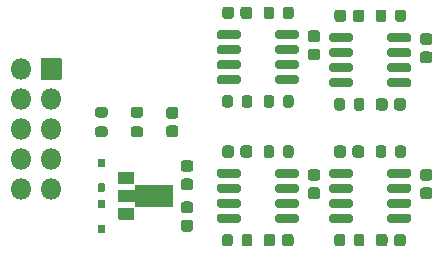
<source format=gbr>
%TF.GenerationSoftware,KiCad,Pcbnew,(5.1.10)-1*%
%TF.CreationDate,2021-07-30T22:48:11+05:30*%
%TF.ProjectId,Logic Board,4c6f6769-6320-4426-9f61-72642e6b6963,rev?*%
%TF.SameCoordinates,Original*%
%TF.FileFunction,Soldermask,Top*%
%TF.FilePolarity,Negative*%
%FSLAX46Y46*%
G04 Gerber Fmt 4.6, Leading zero omitted, Abs format (unit mm)*
G04 Created by KiCad (PCBNEW (5.1.10)-1) date 2021-07-30 22:48:11*
%MOMM*%
%LPD*%
G01*
G04 APERTURE LIST*
%ADD10C,0.100000*%
%ADD11O,1.800000X1.800000*%
G04 APERTURE END LIST*
D10*
%TO.C,U5*%
G36*
X139809755Y-105334461D02*
G01*
X139819134Y-105337306D01*
X139827779Y-105341927D01*
X139835355Y-105348145D01*
X139841573Y-105355721D01*
X139846194Y-105364366D01*
X139849039Y-105373745D01*
X139850000Y-105383500D01*
X139850000Y-107116500D01*
X139849039Y-107126255D01*
X139846194Y-107135634D01*
X139841573Y-107144279D01*
X139835355Y-107151855D01*
X139827779Y-107158073D01*
X139819134Y-107162694D01*
X139809755Y-107165539D01*
X139800000Y-107166500D01*
X136675000Y-107166500D01*
X136665245Y-107165539D01*
X136655866Y-107162694D01*
X136647221Y-107158073D01*
X136639645Y-107151855D01*
X136633427Y-107144279D01*
X136628806Y-107135634D01*
X136625961Y-107126255D01*
X136625000Y-107116500D01*
X136625000Y-106750000D01*
X135200000Y-106750000D01*
X135190245Y-106749039D01*
X135180866Y-106746194D01*
X135172221Y-106741573D01*
X135164645Y-106735355D01*
X135158427Y-106727779D01*
X135153806Y-106719134D01*
X135150961Y-106709755D01*
X135150000Y-106700000D01*
X135150000Y-105800000D01*
X135150961Y-105790245D01*
X135153806Y-105780866D01*
X135158427Y-105772221D01*
X135164645Y-105764645D01*
X135172221Y-105758427D01*
X135180866Y-105753806D01*
X135190245Y-105750961D01*
X135200000Y-105750000D01*
X136625000Y-105750000D01*
X136625000Y-105383500D01*
X136625961Y-105373745D01*
X136628806Y-105364366D01*
X136633427Y-105355721D01*
X136639645Y-105348145D01*
X136647221Y-105341927D01*
X136655866Y-105337306D01*
X136665245Y-105334461D01*
X136675000Y-105333500D01*
X139800000Y-105333500D01*
X139809755Y-105334461D01*
G37*
G36*
G01*
X135150000Y-108200000D02*
X135150000Y-107300000D01*
G75*
G02*
X135200000Y-107250000I50000J0D01*
G01*
X136500000Y-107250000D01*
G75*
G02*
X136550000Y-107300000I0J-50000D01*
G01*
X136550000Y-108200000D01*
G75*
G02*
X136500000Y-108250000I-50000J0D01*
G01*
X135200000Y-108250000D01*
G75*
G02*
X135150000Y-108200000I0J50000D01*
G01*
G37*
G36*
G01*
X135150000Y-105200000D02*
X135150000Y-104300000D01*
G75*
G02*
X135200000Y-104250000I50000J0D01*
G01*
X136500000Y-104250000D01*
G75*
G02*
X136550000Y-104300000I0J-50000D01*
G01*
X136550000Y-105200000D01*
G75*
G02*
X136500000Y-105250000I-50000J0D01*
G01*
X135200000Y-105250000D01*
G75*
G02*
X135150000Y-105200000I0J50000D01*
G01*
G37*
%TD*%
%TO.C,R14*%
G36*
G01*
X134050000Y-99625000D02*
X133450000Y-99625000D01*
G75*
G02*
X133225000Y-99400000I0J225000D01*
G01*
X133225000Y-98950000D01*
G75*
G02*
X133450000Y-98725000I225000J0D01*
G01*
X134050000Y-98725000D01*
G75*
G02*
X134275000Y-98950000I0J-225000D01*
G01*
X134275000Y-99400000D01*
G75*
G02*
X134050000Y-99625000I-225000J0D01*
G01*
G37*
G36*
G01*
X134050000Y-101275000D02*
X133450000Y-101275000D01*
G75*
G02*
X133225000Y-101050000I0J225000D01*
G01*
X133225000Y-100600000D01*
G75*
G02*
X133450000Y-100375000I225000J0D01*
G01*
X134050000Y-100375000D01*
G75*
G02*
X134275000Y-100600000I0J-225000D01*
G01*
X134275000Y-101050000D01*
G75*
G02*
X134050000Y-101275000I-225000J0D01*
G01*
G37*
%TD*%
%TO.C,R13*%
G36*
G01*
X137050000Y-99625000D02*
X136450000Y-99625000D01*
G75*
G02*
X136225000Y-99400000I0J225000D01*
G01*
X136225000Y-98950000D01*
G75*
G02*
X136450000Y-98725000I225000J0D01*
G01*
X137050000Y-98725000D01*
G75*
G02*
X137275000Y-98950000I0J-225000D01*
G01*
X137275000Y-99400000D01*
G75*
G02*
X137050000Y-99625000I-225000J0D01*
G01*
G37*
G36*
G01*
X137050000Y-101275000D02*
X136450000Y-101275000D01*
G75*
G02*
X136225000Y-101050000I0J225000D01*
G01*
X136225000Y-100600000D01*
G75*
G02*
X136450000Y-100375000I225000J0D01*
G01*
X137050000Y-100375000D01*
G75*
G02*
X137275000Y-100600000I0J-225000D01*
G01*
X137275000Y-101050000D01*
G75*
G02*
X137050000Y-101275000I-225000J0D01*
G01*
G37*
%TD*%
%TO.C,R12*%
G36*
G01*
X155125000Y-110300000D02*
X155125000Y-109700000D01*
G75*
G02*
X155350000Y-109475000I225000J0D01*
G01*
X155800000Y-109475000D01*
G75*
G02*
X156025000Y-109700000I0J-225000D01*
G01*
X156025000Y-110300000D01*
G75*
G02*
X155800000Y-110525000I-225000J0D01*
G01*
X155350000Y-110525000D01*
G75*
G02*
X155125000Y-110300000I0J225000D01*
G01*
G37*
G36*
G01*
X153475000Y-110300000D02*
X153475000Y-109700000D01*
G75*
G02*
X153700000Y-109475000I225000J0D01*
G01*
X154150000Y-109475000D01*
G75*
G02*
X154375000Y-109700000I0J-225000D01*
G01*
X154375000Y-110300000D01*
G75*
G02*
X154150000Y-110525000I-225000J0D01*
G01*
X153700000Y-110525000D01*
G75*
G02*
X153475000Y-110300000I0J225000D01*
G01*
G37*
%TD*%
%TO.C,R11*%
G36*
G01*
X157875000Y-102200000D02*
X157875000Y-102800000D01*
G75*
G02*
X157650000Y-103025000I-225000J0D01*
G01*
X157200000Y-103025000D01*
G75*
G02*
X156975000Y-102800000I0J225000D01*
G01*
X156975000Y-102200000D01*
G75*
G02*
X157200000Y-101975000I225000J0D01*
G01*
X157650000Y-101975000D01*
G75*
G02*
X157875000Y-102200000I0J-225000D01*
G01*
G37*
G36*
G01*
X159525000Y-102200000D02*
X159525000Y-102800000D01*
G75*
G02*
X159300000Y-103025000I-225000J0D01*
G01*
X158850000Y-103025000D01*
G75*
G02*
X158625000Y-102800000I0J225000D01*
G01*
X158625000Y-102200000D01*
G75*
G02*
X158850000Y-101975000I225000J0D01*
G01*
X159300000Y-101975000D01*
G75*
G02*
X159525000Y-102200000I0J-225000D01*
G01*
G37*
%TD*%
%TO.C,R9*%
G36*
G01*
X155125000Y-98800000D02*
X155125000Y-98200000D01*
G75*
G02*
X155350000Y-97975000I225000J0D01*
G01*
X155800000Y-97975000D01*
G75*
G02*
X156025000Y-98200000I0J-225000D01*
G01*
X156025000Y-98800000D01*
G75*
G02*
X155800000Y-99025000I-225000J0D01*
G01*
X155350000Y-99025000D01*
G75*
G02*
X155125000Y-98800000I0J225000D01*
G01*
G37*
G36*
G01*
X153475000Y-98800000D02*
X153475000Y-98200000D01*
G75*
G02*
X153700000Y-97975000I225000J0D01*
G01*
X154150000Y-97975000D01*
G75*
G02*
X154375000Y-98200000I0J-225000D01*
G01*
X154375000Y-98800000D01*
G75*
G02*
X154150000Y-99025000I-225000J0D01*
G01*
X153700000Y-99025000D01*
G75*
G02*
X153475000Y-98800000I0J225000D01*
G01*
G37*
%TD*%
%TO.C,R8*%
G36*
G01*
X157875000Y-90700000D02*
X157875000Y-91300000D01*
G75*
G02*
X157650000Y-91525000I-225000J0D01*
G01*
X157200000Y-91525000D01*
G75*
G02*
X156975000Y-91300000I0J225000D01*
G01*
X156975000Y-90700000D01*
G75*
G02*
X157200000Y-90475000I225000J0D01*
G01*
X157650000Y-90475000D01*
G75*
G02*
X157875000Y-90700000I0J-225000D01*
G01*
G37*
G36*
G01*
X159525000Y-90700000D02*
X159525000Y-91300000D01*
G75*
G02*
X159300000Y-91525000I-225000J0D01*
G01*
X158850000Y-91525000D01*
G75*
G02*
X158625000Y-91300000I0J225000D01*
G01*
X158625000Y-90700000D01*
G75*
G02*
X158850000Y-90475000I225000J0D01*
G01*
X159300000Y-90475000D01*
G75*
G02*
X159525000Y-90700000I0J-225000D01*
G01*
G37*
%TD*%
%TO.C,R6*%
G36*
G01*
X145625000Y-110300000D02*
X145625000Y-109700000D01*
G75*
G02*
X145850000Y-109475000I225000J0D01*
G01*
X146300000Y-109475000D01*
G75*
G02*
X146525000Y-109700000I0J-225000D01*
G01*
X146525000Y-110300000D01*
G75*
G02*
X146300000Y-110525000I-225000J0D01*
G01*
X145850000Y-110525000D01*
G75*
G02*
X145625000Y-110300000I0J225000D01*
G01*
G37*
G36*
G01*
X143975000Y-110300000D02*
X143975000Y-109700000D01*
G75*
G02*
X144200000Y-109475000I225000J0D01*
G01*
X144650000Y-109475000D01*
G75*
G02*
X144875000Y-109700000I0J-225000D01*
G01*
X144875000Y-110300000D01*
G75*
G02*
X144650000Y-110525000I-225000J0D01*
G01*
X144200000Y-110525000D01*
G75*
G02*
X143975000Y-110300000I0J225000D01*
G01*
G37*
%TD*%
%TO.C,R5*%
G36*
G01*
X148375000Y-102200000D02*
X148375000Y-102800000D01*
G75*
G02*
X148150000Y-103025000I-225000J0D01*
G01*
X147700000Y-103025000D01*
G75*
G02*
X147475000Y-102800000I0J225000D01*
G01*
X147475000Y-102200000D01*
G75*
G02*
X147700000Y-101975000I225000J0D01*
G01*
X148150000Y-101975000D01*
G75*
G02*
X148375000Y-102200000I0J-225000D01*
G01*
G37*
G36*
G01*
X150025000Y-102200000D02*
X150025000Y-102800000D01*
G75*
G02*
X149800000Y-103025000I-225000J0D01*
G01*
X149350000Y-103025000D01*
G75*
G02*
X149125000Y-102800000I0J225000D01*
G01*
X149125000Y-102200000D01*
G75*
G02*
X149350000Y-101975000I225000J0D01*
G01*
X149800000Y-101975000D01*
G75*
G02*
X150025000Y-102200000I0J-225000D01*
G01*
G37*
%TD*%
%TO.C,R4*%
G36*
G01*
X149125000Y-98550000D02*
X149125000Y-97950000D01*
G75*
G02*
X149350000Y-97725000I225000J0D01*
G01*
X149800000Y-97725000D01*
G75*
G02*
X150025000Y-97950000I0J-225000D01*
G01*
X150025000Y-98550000D01*
G75*
G02*
X149800000Y-98775000I-225000J0D01*
G01*
X149350000Y-98775000D01*
G75*
G02*
X149125000Y-98550000I0J225000D01*
G01*
G37*
G36*
G01*
X147475000Y-98550000D02*
X147475000Y-97950000D01*
G75*
G02*
X147700000Y-97725000I225000J0D01*
G01*
X148150000Y-97725000D01*
G75*
G02*
X148375000Y-97950000I0J-225000D01*
G01*
X148375000Y-98550000D01*
G75*
G02*
X148150000Y-98775000I-225000J0D01*
G01*
X147700000Y-98775000D01*
G75*
G02*
X147475000Y-98550000I0J225000D01*
G01*
G37*
%TD*%
%TO.C,R3*%
G36*
G01*
X145625000Y-98550000D02*
X145625000Y-97950000D01*
G75*
G02*
X145850000Y-97725000I225000J0D01*
G01*
X146300000Y-97725000D01*
G75*
G02*
X146525000Y-97950000I0J-225000D01*
G01*
X146525000Y-98550000D01*
G75*
G02*
X146300000Y-98775000I-225000J0D01*
G01*
X145850000Y-98775000D01*
G75*
G02*
X145625000Y-98550000I0J225000D01*
G01*
G37*
G36*
G01*
X143975000Y-98550000D02*
X143975000Y-97950000D01*
G75*
G02*
X144200000Y-97725000I225000J0D01*
G01*
X144650000Y-97725000D01*
G75*
G02*
X144875000Y-97950000I0J-225000D01*
G01*
X144875000Y-98550000D01*
G75*
G02*
X144650000Y-98775000I-225000J0D01*
G01*
X144200000Y-98775000D01*
G75*
G02*
X143975000Y-98550000I0J225000D01*
G01*
G37*
%TD*%
%TO.C,R1*%
G36*
G01*
X148375000Y-90450000D02*
X148375000Y-91050000D01*
G75*
G02*
X148150000Y-91275000I-225000J0D01*
G01*
X147700000Y-91275000D01*
G75*
G02*
X147475000Y-91050000I0J225000D01*
G01*
X147475000Y-90450000D01*
G75*
G02*
X147700000Y-90225000I225000J0D01*
G01*
X148150000Y-90225000D01*
G75*
G02*
X148375000Y-90450000I0J-225000D01*
G01*
G37*
G36*
G01*
X150025000Y-90450000D02*
X150025000Y-91050000D01*
G75*
G02*
X149800000Y-91275000I-225000J0D01*
G01*
X149350000Y-91275000D01*
G75*
G02*
X149125000Y-91050000I0J225000D01*
G01*
X149125000Y-90450000D01*
G75*
G02*
X149350000Y-90225000I225000J0D01*
G01*
X149800000Y-90225000D01*
G75*
G02*
X150025000Y-90450000I0J-225000D01*
G01*
G37*
%TD*%
%TO.C,D2*%
G36*
G01*
X133975000Y-103800000D02*
X133525000Y-103800000D01*
G75*
G02*
X133475000Y-103750000I0J50000D01*
G01*
X133475000Y-103150000D01*
G75*
G02*
X133525000Y-103100000I50000J0D01*
G01*
X133975000Y-103100000D01*
G75*
G02*
X134025000Y-103150000I0J-50000D01*
G01*
X134025000Y-103750000D01*
G75*
G02*
X133975000Y-103800000I-50000J0D01*
G01*
G37*
G36*
G01*
X133975000Y-105900000D02*
X133525000Y-105900000D01*
G75*
G02*
X133475000Y-105850000I0J50000D01*
G01*
X133475000Y-105250000D01*
G75*
G02*
X133525000Y-105200000I50000J0D01*
G01*
X133975000Y-105200000D01*
G75*
G02*
X134025000Y-105250000I0J-50000D01*
G01*
X134025000Y-105850000D01*
G75*
G02*
X133975000Y-105900000I-50000J0D01*
G01*
G37*
%TD*%
%TO.C,D1*%
G36*
G01*
X133525000Y-108700000D02*
X133975000Y-108700000D01*
G75*
G02*
X134025000Y-108750000I0J-50000D01*
G01*
X134025000Y-109350000D01*
G75*
G02*
X133975000Y-109400000I-50000J0D01*
G01*
X133525000Y-109400000D01*
G75*
G02*
X133475000Y-109350000I0J50000D01*
G01*
X133475000Y-108750000D01*
G75*
G02*
X133525000Y-108700000I50000J0D01*
G01*
G37*
G36*
G01*
X133525000Y-106600000D02*
X133975000Y-106600000D01*
G75*
G02*
X134025000Y-106650000I0J-50000D01*
G01*
X134025000Y-107250000D01*
G75*
G02*
X133975000Y-107300000I-50000J0D01*
G01*
X133525000Y-107300000D01*
G75*
G02*
X133475000Y-107250000I0J50000D01*
G01*
X133475000Y-106650000D01*
G75*
G02*
X133525000Y-106600000I50000J0D01*
G01*
G37*
%TD*%
%TO.C,C15*%
G36*
G01*
X140025000Y-99725000D02*
X139475000Y-99725000D01*
G75*
G02*
X139225000Y-99475000I0J250000D01*
G01*
X139225000Y-98975000D01*
G75*
G02*
X139475000Y-98725000I250000J0D01*
G01*
X140025000Y-98725000D01*
G75*
G02*
X140275000Y-98975000I0J-250000D01*
G01*
X140275000Y-99475000D01*
G75*
G02*
X140025000Y-99725000I-250000J0D01*
G01*
G37*
G36*
G01*
X140025000Y-101275000D02*
X139475000Y-101275000D01*
G75*
G02*
X139225000Y-101025000I0J250000D01*
G01*
X139225000Y-100525000D01*
G75*
G02*
X139475000Y-100275000I250000J0D01*
G01*
X140025000Y-100275000D01*
G75*
G02*
X140275000Y-100525000I0J-250000D01*
G01*
X140275000Y-101025000D01*
G75*
G02*
X140025000Y-101275000I-250000J0D01*
G01*
G37*
%TD*%
%TO.C,C13*%
G36*
G01*
X140725000Y-104775000D02*
X141275000Y-104775000D01*
G75*
G02*
X141525000Y-105025000I0J-250000D01*
G01*
X141525000Y-105525000D01*
G75*
G02*
X141275000Y-105775000I-250000J0D01*
G01*
X140725000Y-105775000D01*
G75*
G02*
X140475000Y-105525000I0J250000D01*
G01*
X140475000Y-105025000D01*
G75*
G02*
X140725000Y-104775000I250000J0D01*
G01*
G37*
G36*
G01*
X140725000Y-103225000D02*
X141275000Y-103225000D01*
G75*
G02*
X141525000Y-103475000I0J-250000D01*
G01*
X141525000Y-103975000D01*
G75*
G02*
X141275000Y-104225000I-250000J0D01*
G01*
X140725000Y-104225000D01*
G75*
G02*
X140475000Y-103975000I0J250000D01*
G01*
X140475000Y-103475000D01*
G75*
G02*
X140725000Y-103225000I250000J0D01*
G01*
G37*
%TD*%
%TO.C,C12*%
G36*
G01*
X141275000Y-107725000D02*
X140725000Y-107725000D01*
G75*
G02*
X140475000Y-107475000I0J250000D01*
G01*
X140475000Y-106975000D01*
G75*
G02*
X140725000Y-106725000I250000J0D01*
G01*
X141275000Y-106725000D01*
G75*
G02*
X141525000Y-106975000I0J-250000D01*
G01*
X141525000Y-107475000D01*
G75*
G02*
X141275000Y-107725000I-250000J0D01*
G01*
G37*
G36*
G01*
X141275000Y-109275000D02*
X140725000Y-109275000D01*
G75*
G02*
X140475000Y-109025000I0J250000D01*
G01*
X140475000Y-108525000D01*
G75*
G02*
X140725000Y-108275000I250000J0D01*
G01*
X141275000Y-108275000D01*
G75*
G02*
X141525000Y-108525000I0J-250000D01*
G01*
X141525000Y-109025000D01*
G75*
G02*
X141275000Y-109275000I-250000J0D01*
G01*
G37*
%TD*%
%TO.C,C11*%
G36*
G01*
X160975000Y-105525000D02*
X161525000Y-105525000D01*
G75*
G02*
X161775000Y-105775000I0J-250000D01*
G01*
X161775000Y-106275000D01*
G75*
G02*
X161525000Y-106525000I-250000J0D01*
G01*
X160975000Y-106525000D01*
G75*
G02*
X160725000Y-106275000I0J250000D01*
G01*
X160725000Y-105775000D01*
G75*
G02*
X160975000Y-105525000I250000J0D01*
G01*
G37*
G36*
G01*
X160975000Y-103975000D02*
X161525000Y-103975000D01*
G75*
G02*
X161775000Y-104225000I0J-250000D01*
G01*
X161775000Y-104725000D01*
G75*
G02*
X161525000Y-104975000I-250000J0D01*
G01*
X160975000Y-104975000D01*
G75*
G02*
X160725000Y-104725000I0J250000D01*
G01*
X160725000Y-104225000D01*
G75*
G02*
X160975000Y-103975000I250000J0D01*
G01*
G37*
%TD*%
%TO.C,C10*%
G36*
G01*
X160975000Y-94025000D02*
X161525000Y-94025000D01*
G75*
G02*
X161775000Y-94275000I0J-250000D01*
G01*
X161775000Y-94775000D01*
G75*
G02*
X161525000Y-95025000I-250000J0D01*
G01*
X160975000Y-95025000D01*
G75*
G02*
X160725000Y-94775000I0J250000D01*
G01*
X160725000Y-94275000D01*
G75*
G02*
X160975000Y-94025000I250000J0D01*
G01*
G37*
G36*
G01*
X160975000Y-92475000D02*
X161525000Y-92475000D01*
G75*
G02*
X161775000Y-92725000I0J-250000D01*
G01*
X161775000Y-93225000D01*
G75*
G02*
X161525000Y-93475000I-250000J0D01*
G01*
X160975000Y-93475000D01*
G75*
G02*
X160725000Y-93225000I0J250000D01*
G01*
X160725000Y-92725000D01*
G75*
G02*
X160975000Y-92475000I250000J0D01*
G01*
G37*
%TD*%
%TO.C,C9*%
G36*
G01*
X151475000Y-105525000D02*
X152025000Y-105525000D01*
G75*
G02*
X152275000Y-105775000I0J-250000D01*
G01*
X152275000Y-106275000D01*
G75*
G02*
X152025000Y-106525000I-250000J0D01*
G01*
X151475000Y-106525000D01*
G75*
G02*
X151225000Y-106275000I0J250000D01*
G01*
X151225000Y-105775000D01*
G75*
G02*
X151475000Y-105525000I250000J0D01*
G01*
G37*
G36*
G01*
X151475000Y-103975000D02*
X152025000Y-103975000D01*
G75*
G02*
X152275000Y-104225000I0J-250000D01*
G01*
X152275000Y-104725000D01*
G75*
G02*
X152025000Y-104975000I-250000J0D01*
G01*
X151475000Y-104975000D01*
G75*
G02*
X151225000Y-104725000I0J250000D01*
G01*
X151225000Y-104225000D01*
G75*
G02*
X151475000Y-103975000I250000J0D01*
G01*
G37*
%TD*%
%TO.C,C8*%
G36*
G01*
X151475000Y-93775000D02*
X152025000Y-93775000D01*
G75*
G02*
X152275000Y-94025000I0J-250000D01*
G01*
X152275000Y-94525000D01*
G75*
G02*
X152025000Y-94775000I-250000J0D01*
G01*
X151475000Y-94775000D01*
G75*
G02*
X151225000Y-94525000I0J250000D01*
G01*
X151225000Y-94025000D01*
G75*
G02*
X151475000Y-93775000I250000J0D01*
G01*
G37*
G36*
G01*
X151475000Y-92225000D02*
X152025000Y-92225000D01*
G75*
G02*
X152275000Y-92475000I0J-250000D01*
G01*
X152275000Y-92975000D01*
G75*
G02*
X152025000Y-93225000I-250000J0D01*
G01*
X151475000Y-93225000D01*
G75*
G02*
X151225000Y-92975000I0J250000D01*
G01*
X151225000Y-92475000D01*
G75*
G02*
X151475000Y-92225000I250000J0D01*
G01*
G37*
%TD*%
%TO.C,C7*%
G36*
G01*
X158525000Y-110275000D02*
X158525000Y-109725000D01*
G75*
G02*
X158775000Y-109475000I250000J0D01*
G01*
X159275000Y-109475000D01*
G75*
G02*
X159525000Y-109725000I0J-250000D01*
G01*
X159525000Y-110275000D01*
G75*
G02*
X159275000Y-110525000I-250000J0D01*
G01*
X158775000Y-110525000D01*
G75*
G02*
X158525000Y-110275000I0J250000D01*
G01*
G37*
G36*
G01*
X156975000Y-110275000D02*
X156975000Y-109725000D01*
G75*
G02*
X157225000Y-109475000I250000J0D01*
G01*
X157725000Y-109475000D01*
G75*
G02*
X157975000Y-109725000I0J-250000D01*
G01*
X157975000Y-110275000D01*
G75*
G02*
X157725000Y-110525000I-250000J0D01*
G01*
X157225000Y-110525000D01*
G75*
G02*
X156975000Y-110275000I0J250000D01*
G01*
G37*
%TD*%
%TO.C,C6*%
G36*
G01*
X154450000Y-102225000D02*
X154450000Y-102775000D01*
G75*
G02*
X154200000Y-103025000I-250000J0D01*
G01*
X153700000Y-103025000D01*
G75*
G02*
X153450000Y-102775000I0J250000D01*
G01*
X153450000Y-102225000D01*
G75*
G02*
X153700000Y-101975000I250000J0D01*
G01*
X154200000Y-101975000D01*
G75*
G02*
X154450000Y-102225000I0J-250000D01*
G01*
G37*
G36*
G01*
X156000000Y-102225000D02*
X156000000Y-102775000D01*
G75*
G02*
X155750000Y-103025000I-250000J0D01*
G01*
X155250000Y-103025000D01*
G75*
G02*
X155000000Y-102775000I0J250000D01*
G01*
X155000000Y-102225000D01*
G75*
G02*
X155250000Y-101975000I250000J0D01*
G01*
X155750000Y-101975000D01*
G75*
G02*
X156000000Y-102225000I0J-250000D01*
G01*
G37*
%TD*%
%TO.C,C5*%
G36*
G01*
X158525000Y-98775000D02*
X158525000Y-98225000D01*
G75*
G02*
X158775000Y-97975000I250000J0D01*
G01*
X159275000Y-97975000D01*
G75*
G02*
X159525000Y-98225000I0J-250000D01*
G01*
X159525000Y-98775000D01*
G75*
G02*
X159275000Y-99025000I-250000J0D01*
G01*
X158775000Y-99025000D01*
G75*
G02*
X158525000Y-98775000I0J250000D01*
G01*
G37*
G36*
G01*
X156975000Y-98775000D02*
X156975000Y-98225000D01*
G75*
G02*
X157225000Y-97975000I250000J0D01*
G01*
X157725000Y-97975000D01*
G75*
G02*
X157975000Y-98225000I0J-250000D01*
G01*
X157975000Y-98775000D01*
G75*
G02*
X157725000Y-99025000I-250000J0D01*
G01*
X157225000Y-99025000D01*
G75*
G02*
X156975000Y-98775000I0J250000D01*
G01*
G37*
%TD*%
%TO.C,C4*%
G36*
G01*
X154475000Y-90725000D02*
X154475000Y-91275000D01*
G75*
G02*
X154225000Y-91525000I-250000J0D01*
G01*
X153725000Y-91525000D01*
G75*
G02*
X153475000Y-91275000I0J250000D01*
G01*
X153475000Y-90725000D01*
G75*
G02*
X153725000Y-90475000I250000J0D01*
G01*
X154225000Y-90475000D01*
G75*
G02*
X154475000Y-90725000I0J-250000D01*
G01*
G37*
G36*
G01*
X156025000Y-90725000D02*
X156025000Y-91275000D01*
G75*
G02*
X155775000Y-91525000I-250000J0D01*
G01*
X155275000Y-91525000D01*
G75*
G02*
X155025000Y-91275000I0J250000D01*
G01*
X155025000Y-90725000D01*
G75*
G02*
X155275000Y-90475000I250000J0D01*
G01*
X155775000Y-90475000D01*
G75*
G02*
X156025000Y-90725000I0J-250000D01*
G01*
G37*
%TD*%
%TO.C,C3*%
G36*
G01*
X149025000Y-110275000D02*
X149025000Y-109725000D01*
G75*
G02*
X149275000Y-109475000I250000J0D01*
G01*
X149775000Y-109475000D01*
G75*
G02*
X150025000Y-109725000I0J-250000D01*
G01*
X150025000Y-110275000D01*
G75*
G02*
X149775000Y-110525000I-250000J0D01*
G01*
X149275000Y-110525000D01*
G75*
G02*
X149025000Y-110275000I0J250000D01*
G01*
G37*
G36*
G01*
X147475000Y-110275000D02*
X147475000Y-109725000D01*
G75*
G02*
X147725000Y-109475000I250000J0D01*
G01*
X148225000Y-109475000D01*
G75*
G02*
X148475000Y-109725000I0J-250000D01*
G01*
X148475000Y-110275000D01*
G75*
G02*
X148225000Y-110525000I-250000J0D01*
G01*
X147725000Y-110525000D01*
G75*
G02*
X147475000Y-110275000I0J250000D01*
G01*
G37*
%TD*%
%TO.C,C2*%
G36*
G01*
X144975000Y-102225000D02*
X144975000Y-102775000D01*
G75*
G02*
X144725000Y-103025000I-250000J0D01*
G01*
X144225000Y-103025000D01*
G75*
G02*
X143975000Y-102775000I0J250000D01*
G01*
X143975000Y-102225000D01*
G75*
G02*
X144225000Y-101975000I250000J0D01*
G01*
X144725000Y-101975000D01*
G75*
G02*
X144975000Y-102225000I0J-250000D01*
G01*
G37*
G36*
G01*
X146525000Y-102225000D02*
X146525000Y-102775000D01*
G75*
G02*
X146275000Y-103025000I-250000J0D01*
G01*
X145775000Y-103025000D01*
G75*
G02*
X145525000Y-102775000I0J250000D01*
G01*
X145525000Y-102225000D01*
G75*
G02*
X145775000Y-101975000I250000J0D01*
G01*
X146275000Y-101975000D01*
G75*
G02*
X146525000Y-102225000I0J-250000D01*
G01*
G37*
%TD*%
%TO.C,C1*%
G36*
G01*
X144975000Y-90475000D02*
X144975000Y-91025000D01*
G75*
G02*
X144725000Y-91275000I-250000J0D01*
G01*
X144225000Y-91275000D01*
G75*
G02*
X143975000Y-91025000I0J250000D01*
G01*
X143975000Y-90475000D01*
G75*
G02*
X144225000Y-90225000I250000J0D01*
G01*
X144725000Y-90225000D01*
G75*
G02*
X144975000Y-90475000I0J-250000D01*
G01*
G37*
G36*
G01*
X146525000Y-90475000D02*
X146525000Y-91025000D01*
G75*
G02*
X146275000Y-91275000I-250000J0D01*
G01*
X145775000Y-91275000D01*
G75*
G02*
X145525000Y-91025000I0J250000D01*
G01*
X145525000Y-90475000D01*
G75*
G02*
X145775000Y-90225000I250000J0D01*
G01*
X146275000Y-90225000D01*
G75*
G02*
X146525000Y-90475000I0J-250000D01*
G01*
G37*
%TD*%
D11*
%TO.C,J1*%
X126960000Y-105660000D03*
X129500000Y-105660000D03*
X126960000Y-103120000D03*
X129500000Y-103120000D03*
X126960000Y-100580000D03*
X129500000Y-100580000D03*
X126960000Y-98040000D03*
X129500000Y-98040000D03*
X126960000Y-95500000D03*
G36*
G01*
X128600000Y-96350000D02*
X128600000Y-94650000D01*
G75*
G02*
X128650000Y-94600000I50000J0D01*
G01*
X130350000Y-94600000D01*
G75*
G02*
X130400000Y-94650000I0J-50000D01*
G01*
X130400000Y-96350000D01*
G75*
G02*
X130350000Y-96400000I-50000J0D01*
G01*
X128650000Y-96400000D01*
G75*
G02*
X128600000Y-96350000I0J50000D01*
G01*
G37*
%TD*%
%TO.C,U4*%
G36*
G01*
X157950000Y-104520000D02*
X157950000Y-104170000D01*
G75*
G02*
X158125000Y-103995000I175000J0D01*
G01*
X159825000Y-103995000D01*
G75*
G02*
X160000000Y-104170000I0J-175000D01*
G01*
X160000000Y-104520000D01*
G75*
G02*
X159825000Y-104695000I-175000J0D01*
G01*
X158125000Y-104695000D01*
G75*
G02*
X157950000Y-104520000I0J175000D01*
G01*
G37*
G36*
G01*
X157950000Y-105790000D02*
X157950000Y-105440000D01*
G75*
G02*
X158125000Y-105265000I175000J0D01*
G01*
X159825000Y-105265000D01*
G75*
G02*
X160000000Y-105440000I0J-175000D01*
G01*
X160000000Y-105790000D01*
G75*
G02*
X159825000Y-105965000I-175000J0D01*
G01*
X158125000Y-105965000D01*
G75*
G02*
X157950000Y-105790000I0J175000D01*
G01*
G37*
G36*
G01*
X157950000Y-107060000D02*
X157950000Y-106710000D01*
G75*
G02*
X158125000Y-106535000I175000J0D01*
G01*
X159825000Y-106535000D01*
G75*
G02*
X160000000Y-106710000I0J-175000D01*
G01*
X160000000Y-107060000D01*
G75*
G02*
X159825000Y-107235000I-175000J0D01*
G01*
X158125000Y-107235000D01*
G75*
G02*
X157950000Y-107060000I0J175000D01*
G01*
G37*
G36*
G01*
X157950000Y-108330000D02*
X157950000Y-107980000D01*
G75*
G02*
X158125000Y-107805000I175000J0D01*
G01*
X159825000Y-107805000D01*
G75*
G02*
X160000000Y-107980000I0J-175000D01*
G01*
X160000000Y-108330000D01*
G75*
G02*
X159825000Y-108505000I-175000J0D01*
G01*
X158125000Y-108505000D01*
G75*
G02*
X157950000Y-108330000I0J175000D01*
G01*
G37*
G36*
G01*
X153000000Y-108330000D02*
X153000000Y-107980000D01*
G75*
G02*
X153175000Y-107805000I175000J0D01*
G01*
X154875000Y-107805000D01*
G75*
G02*
X155050000Y-107980000I0J-175000D01*
G01*
X155050000Y-108330000D01*
G75*
G02*
X154875000Y-108505000I-175000J0D01*
G01*
X153175000Y-108505000D01*
G75*
G02*
X153000000Y-108330000I0J175000D01*
G01*
G37*
G36*
G01*
X153000000Y-107060000D02*
X153000000Y-106710000D01*
G75*
G02*
X153175000Y-106535000I175000J0D01*
G01*
X154875000Y-106535000D01*
G75*
G02*
X155050000Y-106710000I0J-175000D01*
G01*
X155050000Y-107060000D01*
G75*
G02*
X154875000Y-107235000I-175000J0D01*
G01*
X153175000Y-107235000D01*
G75*
G02*
X153000000Y-107060000I0J175000D01*
G01*
G37*
G36*
G01*
X153000000Y-105790000D02*
X153000000Y-105440000D01*
G75*
G02*
X153175000Y-105265000I175000J0D01*
G01*
X154875000Y-105265000D01*
G75*
G02*
X155050000Y-105440000I0J-175000D01*
G01*
X155050000Y-105790000D01*
G75*
G02*
X154875000Y-105965000I-175000J0D01*
G01*
X153175000Y-105965000D01*
G75*
G02*
X153000000Y-105790000I0J175000D01*
G01*
G37*
G36*
G01*
X153000000Y-104520000D02*
X153000000Y-104170000D01*
G75*
G02*
X153175000Y-103995000I175000J0D01*
G01*
X154875000Y-103995000D01*
G75*
G02*
X155050000Y-104170000I0J-175000D01*
G01*
X155050000Y-104520000D01*
G75*
G02*
X154875000Y-104695000I-175000J0D01*
G01*
X153175000Y-104695000D01*
G75*
G02*
X153000000Y-104520000I0J175000D01*
G01*
G37*
%TD*%
%TO.C,U3*%
G36*
G01*
X157950000Y-93020000D02*
X157950000Y-92670000D01*
G75*
G02*
X158125000Y-92495000I175000J0D01*
G01*
X159825000Y-92495000D01*
G75*
G02*
X160000000Y-92670000I0J-175000D01*
G01*
X160000000Y-93020000D01*
G75*
G02*
X159825000Y-93195000I-175000J0D01*
G01*
X158125000Y-93195000D01*
G75*
G02*
X157950000Y-93020000I0J175000D01*
G01*
G37*
G36*
G01*
X157950000Y-94290000D02*
X157950000Y-93940000D01*
G75*
G02*
X158125000Y-93765000I175000J0D01*
G01*
X159825000Y-93765000D01*
G75*
G02*
X160000000Y-93940000I0J-175000D01*
G01*
X160000000Y-94290000D01*
G75*
G02*
X159825000Y-94465000I-175000J0D01*
G01*
X158125000Y-94465000D01*
G75*
G02*
X157950000Y-94290000I0J175000D01*
G01*
G37*
G36*
G01*
X157950000Y-95560000D02*
X157950000Y-95210000D01*
G75*
G02*
X158125000Y-95035000I175000J0D01*
G01*
X159825000Y-95035000D01*
G75*
G02*
X160000000Y-95210000I0J-175000D01*
G01*
X160000000Y-95560000D01*
G75*
G02*
X159825000Y-95735000I-175000J0D01*
G01*
X158125000Y-95735000D01*
G75*
G02*
X157950000Y-95560000I0J175000D01*
G01*
G37*
G36*
G01*
X157950000Y-96830000D02*
X157950000Y-96480000D01*
G75*
G02*
X158125000Y-96305000I175000J0D01*
G01*
X159825000Y-96305000D01*
G75*
G02*
X160000000Y-96480000I0J-175000D01*
G01*
X160000000Y-96830000D01*
G75*
G02*
X159825000Y-97005000I-175000J0D01*
G01*
X158125000Y-97005000D01*
G75*
G02*
X157950000Y-96830000I0J175000D01*
G01*
G37*
G36*
G01*
X153000000Y-96830000D02*
X153000000Y-96480000D01*
G75*
G02*
X153175000Y-96305000I175000J0D01*
G01*
X154875000Y-96305000D01*
G75*
G02*
X155050000Y-96480000I0J-175000D01*
G01*
X155050000Y-96830000D01*
G75*
G02*
X154875000Y-97005000I-175000J0D01*
G01*
X153175000Y-97005000D01*
G75*
G02*
X153000000Y-96830000I0J175000D01*
G01*
G37*
G36*
G01*
X153000000Y-95560000D02*
X153000000Y-95210000D01*
G75*
G02*
X153175000Y-95035000I175000J0D01*
G01*
X154875000Y-95035000D01*
G75*
G02*
X155050000Y-95210000I0J-175000D01*
G01*
X155050000Y-95560000D01*
G75*
G02*
X154875000Y-95735000I-175000J0D01*
G01*
X153175000Y-95735000D01*
G75*
G02*
X153000000Y-95560000I0J175000D01*
G01*
G37*
G36*
G01*
X153000000Y-94290000D02*
X153000000Y-93940000D01*
G75*
G02*
X153175000Y-93765000I175000J0D01*
G01*
X154875000Y-93765000D01*
G75*
G02*
X155050000Y-93940000I0J-175000D01*
G01*
X155050000Y-94290000D01*
G75*
G02*
X154875000Y-94465000I-175000J0D01*
G01*
X153175000Y-94465000D01*
G75*
G02*
X153000000Y-94290000I0J175000D01*
G01*
G37*
G36*
G01*
X153000000Y-93020000D02*
X153000000Y-92670000D01*
G75*
G02*
X153175000Y-92495000I175000J0D01*
G01*
X154875000Y-92495000D01*
G75*
G02*
X155050000Y-92670000I0J-175000D01*
G01*
X155050000Y-93020000D01*
G75*
G02*
X154875000Y-93195000I-175000J0D01*
G01*
X153175000Y-93195000D01*
G75*
G02*
X153000000Y-93020000I0J175000D01*
G01*
G37*
%TD*%
%TO.C,U2*%
G36*
G01*
X148450000Y-92770000D02*
X148450000Y-92420000D01*
G75*
G02*
X148625000Y-92245000I175000J0D01*
G01*
X150325000Y-92245000D01*
G75*
G02*
X150500000Y-92420000I0J-175000D01*
G01*
X150500000Y-92770000D01*
G75*
G02*
X150325000Y-92945000I-175000J0D01*
G01*
X148625000Y-92945000D01*
G75*
G02*
X148450000Y-92770000I0J175000D01*
G01*
G37*
G36*
G01*
X148450000Y-94040000D02*
X148450000Y-93690000D01*
G75*
G02*
X148625000Y-93515000I175000J0D01*
G01*
X150325000Y-93515000D01*
G75*
G02*
X150500000Y-93690000I0J-175000D01*
G01*
X150500000Y-94040000D01*
G75*
G02*
X150325000Y-94215000I-175000J0D01*
G01*
X148625000Y-94215000D01*
G75*
G02*
X148450000Y-94040000I0J175000D01*
G01*
G37*
G36*
G01*
X148450000Y-95310000D02*
X148450000Y-94960000D01*
G75*
G02*
X148625000Y-94785000I175000J0D01*
G01*
X150325000Y-94785000D01*
G75*
G02*
X150500000Y-94960000I0J-175000D01*
G01*
X150500000Y-95310000D01*
G75*
G02*
X150325000Y-95485000I-175000J0D01*
G01*
X148625000Y-95485000D01*
G75*
G02*
X148450000Y-95310000I0J175000D01*
G01*
G37*
G36*
G01*
X148450000Y-96580000D02*
X148450000Y-96230000D01*
G75*
G02*
X148625000Y-96055000I175000J0D01*
G01*
X150325000Y-96055000D01*
G75*
G02*
X150500000Y-96230000I0J-175000D01*
G01*
X150500000Y-96580000D01*
G75*
G02*
X150325000Y-96755000I-175000J0D01*
G01*
X148625000Y-96755000D01*
G75*
G02*
X148450000Y-96580000I0J175000D01*
G01*
G37*
G36*
G01*
X143500000Y-96580000D02*
X143500000Y-96230000D01*
G75*
G02*
X143675000Y-96055000I175000J0D01*
G01*
X145375000Y-96055000D01*
G75*
G02*
X145550000Y-96230000I0J-175000D01*
G01*
X145550000Y-96580000D01*
G75*
G02*
X145375000Y-96755000I-175000J0D01*
G01*
X143675000Y-96755000D01*
G75*
G02*
X143500000Y-96580000I0J175000D01*
G01*
G37*
G36*
G01*
X143500000Y-95310000D02*
X143500000Y-94960000D01*
G75*
G02*
X143675000Y-94785000I175000J0D01*
G01*
X145375000Y-94785000D01*
G75*
G02*
X145550000Y-94960000I0J-175000D01*
G01*
X145550000Y-95310000D01*
G75*
G02*
X145375000Y-95485000I-175000J0D01*
G01*
X143675000Y-95485000D01*
G75*
G02*
X143500000Y-95310000I0J175000D01*
G01*
G37*
G36*
G01*
X143500000Y-94040000D02*
X143500000Y-93690000D01*
G75*
G02*
X143675000Y-93515000I175000J0D01*
G01*
X145375000Y-93515000D01*
G75*
G02*
X145550000Y-93690000I0J-175000D01*
G01*
X145550000Y-94040000D01*
G75*
G02*
X145375000Y-94215000I-175000J0D01*
G01*
X143675000Y-94215000D01*
G75*
G02*
X143500000Y-94040000I0J175000D01*
G01*
G37*
G36*
G01*
X143500000Y-92770000D02*
X143500000Y-92420000D01*
G75*
G02*
X143675000Y-92245000I175000J0D01*
G01*
X145375000Y-92245000D01*
G75*
G02*
X145550000Y-92420000I0J-175000D01*
G01*
X145550000Y-92770000D01*
G75*
G02*
X145375000Y-92945000I-175000J0D01*
G01*
X143675000Y-92945000D01*
G75*
G02*
X143500000Y-92770000I0J175000D01*
G01*
G37*
%TD*%
%TO.C,U1*%
G36*
G01*
X148450000Y-104520000D02*
X148450000Y-104170000D01*
G75*
G02*
X148625000Y-103995000I175000J0D01*
G01*
X150325000Y-103995000D01*
G75*
G02*
X150500000Y-104170000I0J-175000D01*
G01*
X150500000Y-104520000D01*
G75*
G02*
X150325000Y-104695000I-175000J0D01*
G01*
X148625000Y-104695000D01*
G75*
G02*
X148450000Y-104520000I0J175000D01*
G01*
G37*
G36*
G01*
X148450000Y-105790000D02*
X148450000Y-105440000D01*
G75*
G02*
X148625000Y-105265000I175000J0D01*
G01*
X150325000Y-105265000D01*
G75*
G02*
X150500000Y-105440000I0J-175000D01*
G01*
X150500000Y-105790000D01*
G75*
G02*
X150325000Y-105965000I-175000J0D01*
G01*
X148625000Y-105965000D01*
G75*
G02*
X148450000Y-105790000I0J175000D01*
G01*
G37*
G36*
G01*
X148450000Y-107060000D02*
X148450000Y-106710000D01*
G75*
G02*
X148625000Y-106535000I175000J0D01*
G01*
X150325000Y-106535000D01*
G75*
G02*
X150500000Y-106710000I0J-175000D01*
G01*
X150500000Y-107060000D01*
G75*
G02*
X150325000Y-107235000I-175000J0D01*
G01*
X148625000Y-107235000D01*
G75*
G02*
X148450000Y-107060000I0J175000D01*
G01*
G37*
G36*
G01*
X148450000Y-108330000D02*
X148450000Y-107980000D01*
G75*
G02*
X148625000Y-107805000I175000J0D01*
G01*
X150325000Y-107805000D01*
G75*
G02*
X150500000Y-107980000I0J-175000D01*
G01*
X150500000Y-108330000D01*
G75*
G02*
X150325000Y-108505000I-175000J0D01*
G01*
X148625000Y-108505000D01*
G75*
G02*
X148450000Y-108330000I0J175000D01*
G01*
G37*
G36*
G01*
X143500000Y-108330000D02*
X143500000Y-107980000D01*
G75*
G02*
X143675000Y-107805000I175000J0D01*
G01*
X145375000Y-107805000D01*
G75*
G02*
X145550000Y-107980000I0J-175000D01*
G01*
X145550000Y-108330000D01*
G75*
G02*
X145375000Y-108505000I-175000J0D01*
G01*
X143675000Y-108505000D01*
G75*
G02*
X143500000Y-108330000I0J175000D01*
G01*
G37*
G36*
G01*
X143500000Y-107060000D02*
X143500000Y-106710000D01*
G75*
G02*
X143675000Y-106535000I175000J0D01*
G01*
X145375000Y-106535000D01*
G75*
G02*
X145550000Y-106710000I0J-175000D01*
G01*
X145550000Y-107060000D01*
G75*
G02*
X145375000Y-107235000I-175000J0D01*
G01*
X143675000Y-107235000D01*
G75*
G02*
X143500000Y-107060000I0J175000D01*
G01*
G37*
G36*
G01*
X143500000Y-105790000D02*
X143500000Y-105440000D01*
G75*
G02*
X143675000Y-105265000I175000J0D01*
G01*
X145375000Y-105265000D01*
G75*
G02*
X145550000Y-105440000I0J-175000D01*
G01*
X145550000Y-105790000D01*
G75*
G02*
X145375000Y-105965000I-175000J0D01*
G01*
X143675000Y-105965000D01*
G75*
G02*
X143500000Y-105790000I0J175000D01*
G01*
G37*
G36*
G01*
X143500000Y-104520000D02*
X143500000Y-104170000D01*
G75*
G02*
X143675000Y-103995000I175000J0D01*
G01*
X145375000Y-103995000D01*
G75*
G02*
X145550000Y-104170000I0J-175000D01*
G01*
X145550000Y-104520000D01*
G75*
G02*
X145375000Y-104695000I-175000J0D01*
G01*
X143675000Y-104695000D01*
G75*
G02*
X143500000Y-104520000I0J175000D01*
G01*
G37*
%TD*%
M02*

</source>
